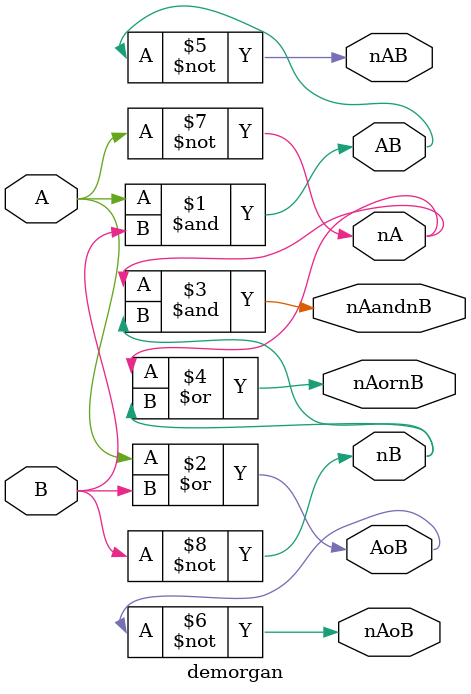
<source format=v>
module demorgan
(
  input  A,          // Single bit inputs
  input  B,
  output nA,         // Output intermediate complemented inputs
  output nB,
  output AB,         // Single bit output, (A * B)
  output AoB,        // Single bit output, (A + B)
  output nAandnB,    // Single bit output, (~A)*(~B)
  output nAornB,     // Single bit output, (~A)+(~B)
  output nAB,        // Single bit output, ~(A * B)
  output nAoB        // Single bit output, ~(A + B)
);

  wire nA;
  wire nB;
  and andgate(AB, A, B); // AND gate produces AB from A and B
  or orgate(AoB, A, B);  // OR gate produces AoB from A and B
  wire AB;
  wire AoB;
  not ABinv(nAB,AB);     // Inverter is named ABinv, takes signal AB as input and produces signal nAB
  not AoBinv(nAoB, AoB); // Inverter is named AoBinv, takes signal AoB as input and produces signal nAoB
  not Ainv(nA, A);       // Inverter is named Ainv, takes signal A as input and produces signal nA
  not Binv(nB, B);
  and andgate(nAandnB, nA, nB);  // AND gate produces nAandnB from nA and nB
  or orgate(nAornB, nA, nB);     // OR gate produces nAornB from nA and nB

endmodule
</source>
